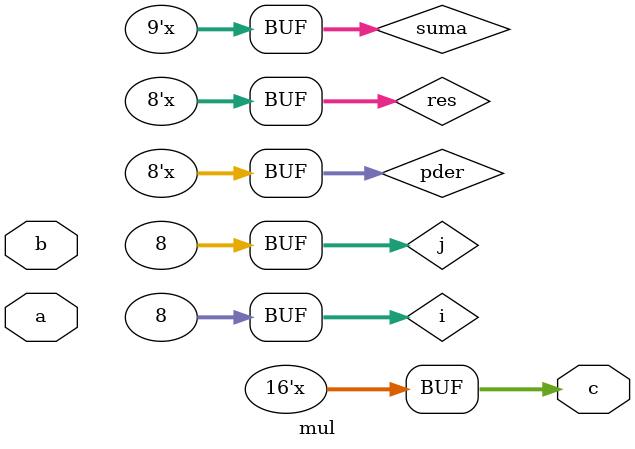
<source format=sv>
module mul #(parameter n=8) (input logic [n-1:0] a, input logic[n-1:0] b,
					output logic [n*2-1:0] c);

	logic [n-1:0] aux, pder, res;

	logic [n:0] suma;
// multiplicando, j-multiplicador

	integer i,j; 

	always_comb begin

		for (i=0;i<n;i=i+1) begin
			for (j=0; j<n; j = j+1) 
				aux[j] = a[j] & b[i]; 

		suma = res[n-1:0]+aux; 

			

	pder={suma [0],pder [n-1:1]};
	res = {1'b0 , suma[n:1]};

	end
	
	c = { res[n-1:0],pder};
	
	end
	
endmodule 
</source>
